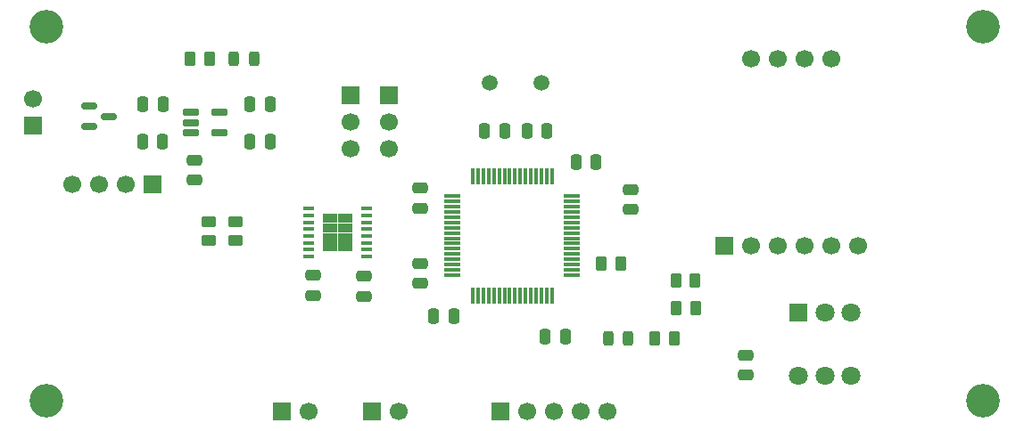
<source format=gbr>
%TF.GenerationSoftware,KiCad,Pcbnew,9.0.2*%
%TF.CreationDate,2025-07-28T19:39:00-05:00*%
%TF.ProjectId,balance_bot,62616c61-6e63-4655-9f62-6f742e6b6963,rev?*%
%TF.SameCoordinates,Original*%
%TF.FileFunction,Soldermask,Top*%
%TF.FilePolarity,Negative*%
%FSLAX46Y46*%
G04 Gerber Fmt 4.6, Leading zero omitted, Abs format (unit mm)*
G04 Created by KiCad (PCBNEW 9.0.2) date 2025-07-28 19:39:00*
%MOMM*%
%LPD*%
G01*
G04 APERTURE LIST*
G04 Aperture macros list*
%AMRoundRect*
0 Rectangle with rounded corners*
0 $1 Rounding radius*
0 $2 $3 $4 $5 $6 $7 $8 $9 X,Y pos of 4 corners*
0 Add a 4 corners polygon primitive as box body*
4,1,4,$2,$3,$4,$5,$6,$7,$8,$9,$2,$3,0*
0 Add four circle primitives for the rounded corners*
1,1,$1+$1,$2,$3*
1,1,$1+$1,$4,$5*
1,1,$1+$1,$6,$7*
1,1,$1+$1,$8,$9*
0 Add four rect primitives between the rounded corners*
20,1,$1+$1,$2,$3,$4,$5,0*
20,1,$1+$1,$4,$5,$6,$7,0*
20,1,$1+$1,$6,$7,$8,$9,0*
20,1,$1+$1,$8,$9,$2,$3,0*%
G04 Aperture macros list end*
%ADD10RoundRect,0.150000X-0.587500X-0.150000X0.587500X-0.150000X0.587500X0.150000X-0.587500X0.150000X0*%
%ADD11RoundRect,0.250000X-0.475000X0.250000X-0.475000X-0.250000X0.475000X-0.250000X0.475000X0.250000X0*%
%ADD12C,3.200000*%
%ADD13R,1.050000X0.450000*%
%ADD14R,1.470000X0.895000*%
%ADD15R,1.700000X1.700000*%
%ADD16C,1.700000*%
%ADD17RoundRect,0.250000X0.262500X0.450000X-0.262500X0.450000X-0.262500X-0.450000X0.262500X-0.450000X0*%
%ADD18RoundRect,0.250000X0.475000X-0.250000X0.475000X0.250000X-0.475000X0.250000X-0.475000X-0.250000X0*%
%ADD19RoundRect,0.250000X-0.250000X-0.475000X0.250000X-0.475000X0.250000X0.475000X-0.250000X0.475000X0*%
%ADD20RoundRect,0.250000X0.250000X0.475000X-0.250000X0.475000X-0.250000X-0.475000X0.250000X-0.475000X0*%
%ADD21RoundRect,0.250000X0.450000X-0.262500X0.450000X0.262500X-0.450000X0.262500X-0.450000X-0.262500X0*%
%ADD22RoundRect,0.162500X-0.617500X-0.162500X0.617500X-0.162500X0.617500X0.162500X-0.617500X0.162500X0*%
%ADD23RoundRect,0.250000X-0.262500X-0.450000X0.262500X-0.450000X0.262500X0.450000X-0.262500X0.450000X0*%
%ADD24RoundRect,0.243750X-0.243750X-0.456250X0.243750X-0.456250X0.243750X0.456250X-0.243750X0.456250X0*%
%ADD25R,1.800000X1.800000*%
%ADD26C,1.800000*%
%ADD27RoundRect,0.075000X-0.075000X0.700000X-0.075000X-0.700000X0.075000X-0.700000X0.075000X0.700000X0*%
%ADD28RoundRect,0.075000X-0.700000X0.075000X-0.700000X-0.075000X0.700000X-0.075000X0.700000X0.075000X0*%
%ADD29C,1.500000*%
%ADD30RoundRect,0.243750X0.243750X0.456250X-0.243750X0.456250X-0.243750X-0.456250X0.243750X-0.456250X0*%
G04 APERTURE END LIST*
D10*
%TO.C,Q1*%
X109937500Y-88500000D03*
X108062500Y-87550000D03*
X108062500Y-89450000D03*
%TD*%
D11*
%TO.C,C16*%
X118033800Y-92674400D03*
X118033800Y-94574400D03*
%TD*%
D12*
%TO.C,H4*%
X192900000Y-115560000D03*
%TD*%
D13*
%TO.C,U4*%
X128890000Y-97280000D03*
X128890000Y-97930000D03*
X128890000Y-98580000D03*
X128890000Y-99230000D03*
X128890000Y-99880000D03*
X128890000Y-100530000D03*
X128890000Y-101180000D03*
X128890000Y-101830000D03*
X134440000Y-101830000D03*
X134440000Y-101180000D03*
X134440000Y-100530000D03*
X134440000Y-99880000D03*
X134440000Y-99230000D03*
X134440000Y-98580000D03*
X134440000Y-97930000D03*
X134440000Y-97280000D03*
D14*
X130930000Y-98212500D03*
X130930000Y-99107500D03*
X130930000Y-100002500D03*
X130930000Y-100897500D03*
X132400000Y-98212500D03*
X132400000Y-99107500D03*
X132400000Y-100002500D03*
X132400000Y-100897500D03*
%TD*%
D15*
%TO.C,J5*%
X134894000Y-116561000D03*
D16*
X137434000Y-116561000D03*
%TD*%
D17*
%TO.C,R7*%
X163576000Y-109601000D03*
X161751000Y-109601000D03*
%TD*%
D18*
%TO.C,C1*%
X170408600Y-113116400D03*
X170408600Y-111216400D03*
%TD*%
D19*
%TO.C,C13*%
X123322000Y-87376000D03*
X125222000Y-87376000D03*
%TD*%
D20*
%TO.C,C11*%
X115062000Y-87376000D03*
X113162000Y-87376000D03*
%TD*%
D21*
%TO.C,R5*%
X119380000Y-100330000D03*
X119380000Y-98505000D03*
%TD*%
D22*
%TO.C,U6*%
X117696000Y-88138000D03*
X117696000Y-89088000D03*
X117696000Y-90038000D03*
X120396000Y-90038000D03*
X120396000Y-88138000D03*
%TD*%
D23*
%TO.C,R3*%
X163757600Y-104089200D03*
X165582600Y-104089200D03*
%TD*%
%TO.C,R2*%
X163781100Y-106756200D03*
X165606100Y-106756200D03*
%TD*%
D11*
%TO.C,C4*%
X159500000Y-95440000D03*
X159500000Y-97340000D03*
%TD*%
D24*
%TO.C,D1*%
X121823000Y-83058000D03*
X123698000Y-83058000D03*
%TD*%
D15*
%TO.C,J4*%
X102768400Y-89336800D03*
D16*
X102768400Y-86796800D03*
%TD*%
D20*
%TO.C,C9*%
X147500000Y-89840000D03*
X145600000Y-89840000D03*
%TD*%
%TO.C,C8*%
X151500000Y-89840000D03*
X149600000Y-89840000D03*
%TD*%
%TO.C,C5*%
X153263600Y-109397800D03*
X151363600Y-109397800D03*
%TD*%
D12*
%TO.C,H2*%
X104000000Y-115560000D03*
%TD*%
D21*
%TO.C,R1*%
X121920000Y-100330000D03*
X121920000Y-98505000D03*
%TD*%
D15*
%TO.C,J2*%
X136500000Y-86500000D03*
D16*
X136500000Y-89040000D03*
X136500000Y-91580000D03*
%TD*%
D15*
%TO.C,J6*%
X126394000Y-116561000D03*
D16*
X128934000Y-116561000D03*
%TD*%
D25*
%TO.C,SW1*%
X175390800Y-107188000D03*
D26*
X177890800Y-107188000D03*
X180390800Y-107188000D03*
X175390800Y-113188000D03*
X177890800Y-113188000D03*
X180390800Y-113188000D03*
%TD*%
D11*
%TO.C,C14*%
X129286000Y-103632000D03*
X129286000Y-105532000D03*
%TD*%
D19*
%TO.C,C12*%
X123322000Y-90876000D03*
X125222000Y-90876000D03*
%TD*%
D12*
%TO.C,H3*%
X192900000Y-80000000D03*
%TD*%
D15*
%TO.C,J1*%
X132842000Y-86500000D03*
D16*
X132842000Y-89040000D03*
X132842000Y-91580000D03*
%TD*%
D19*
%TO.C,C2*%
X140790000Y-107500000D03*
X142690000Y-107500000D03*
%TD*%
D15*
%TO.C,U5*%
X168340000Y-100780000D03*
D16*
X170880000Y-100780000D03*
X173420000Y-100780000D03*
X175960000Y-100780000D03*
X178500000Y-100780000D03*
X181040000Y-100780000D03*
X178500000Y-83000000D03*
X175960000Y-83000000D03*
X173420000Y-83000000D03*
X170880000Y-83000000D03*
%TD*%
D19*
%TO.C,C3*%
X154290000Y-92840000D03*
X156190000Y-92840000D03*
%TD*%
D17*
%TO.C,R6*%
X119483500Y-83002000D03*
X117658500Y-83002000D03*
%TD*%
D12*
%TO.C,H1*%
X104000000Y-80000000D03*
%TD*%
D27*
%TO.C,U1*%
X151990000Y-94165000D03*
X151490000Y-94165000D03*
X150990000Y-94165000D03*
X150490000Y-94165000D03*
X149990000Y-94165000D03*
X149490000Y-94165000D03*
X148990000Y-94165000D03*
X148490000Y-94165000D03*
X147990000Y-94165000D03*
X147490000Y-94165000D03*
X146990000Y-94165000D03*
X146490000Y-94165000D03*
X145990000Y-94165000D03*
X145490000Y-94165000D03*
X144990000Y-94165000D03*
X144490000Y-94165000D03*
D28*
X142565000Y-96090000D03*
X142565000Y-96590000D03*
X142565000Y-97090000D03*
X142565000Y-97590000D03*
X142565000Y-98090000D03*
X142565000Y-98590000D03*
X142565000Y-99090000D03*
X142565000Y-99590000D03*
X142565000Y-100090000D03*
X142565000Y-100590000D03*
X142565000Y-101090000D03*
X142565000Y-101590000D03*
X142565000Y-102090000D03*
X142565000Y-102590000D03*
X142565000Y-103090000D03*
X142565000Y-103590000D03*
D27*
X144490000Y-105515000D03*
X144990000Y-105515000D03*
X145490000Y-105515000D03*
X145990000Y-105515000D03*
X146490000Y-105515000D03*
X146990000Y-105515000D03*
X147490000Y-105515000D03*
X147990000Y-105515000D03*
X148490000Y-105515000D03*
X148990000Y-105515000D03*
X149490000Y-105515000D03*
X149990000Y-105515000D03*
X150490000Y-105515000D03*
X150990000Y-105515000D03*
X151490000Y-105515000D03*
X151990000Y-105515000D03*
D28*
X153915000Y-103590000D03*
X153915000Y-103090000D03*
X153915000Y-102590000D03*
X153915000Y-102090000D03*
X153915000Y-101590000D03*
X153915000Y-101090000D03*
X153915000Y-100590000D03*
X153915000Y-100090000D03*
X153915000Y-99590000D03*
X153915000Y-99090000D03*
X153915000Y-98590000D03*
X153915000Y-98090000D03*
X153915000Y-97590000D03*
X153915000Y-97090000D03*
X153915000Y-96590000D03*
X153915000Y-96090000D03*
%TD*%
D15*
%TO.C,U2*%
X114080000Y-95000000D03*
D16*
X111540000Y-95000000D03*
X109000000Y-95000000D03*
X106460000Y-95000000D03*
%TD*%
D29*
%TO.C,Y1*%
X151000000Y-85340000D03*
X146120000Y-85340000D03*
%TD*%
D15*
%TO.C,J3*%
X147066000Y-116586000D03*
D16*
X149606000Y-116586000D03*
X152146000Y-116586000D03*
X154686000Y-116586000D03*
X157226000Y-116586000D03*
%TD*%
D23*
%TO.C,R4*%
X156675000Y-102500000D03*
X158500000Y-102500000D03*
%TD*%
D20*
%TO.C,C10*%
X115012000Y-90876000D03*
X113112000Y-90876000D03*
%TD*%
D18*
%TO.C,C7*%
X139446000Y-97216000D03*
X139446000Y-95316000D03*
%TD*%
%TO.C,C6*%
X139500000Y-104400000D03*
X139500000Y-102500000D03*
%TD*%
%TO.C,C15*%
X134112000Y-105598000D03*
X134112000Y-103698000D03*
%TD*%
D30*
%TO.C,D2*%
X159207200Y-109575600D03*
X157332200Y-109575600D03*
%TD*%
M02*

</source>
